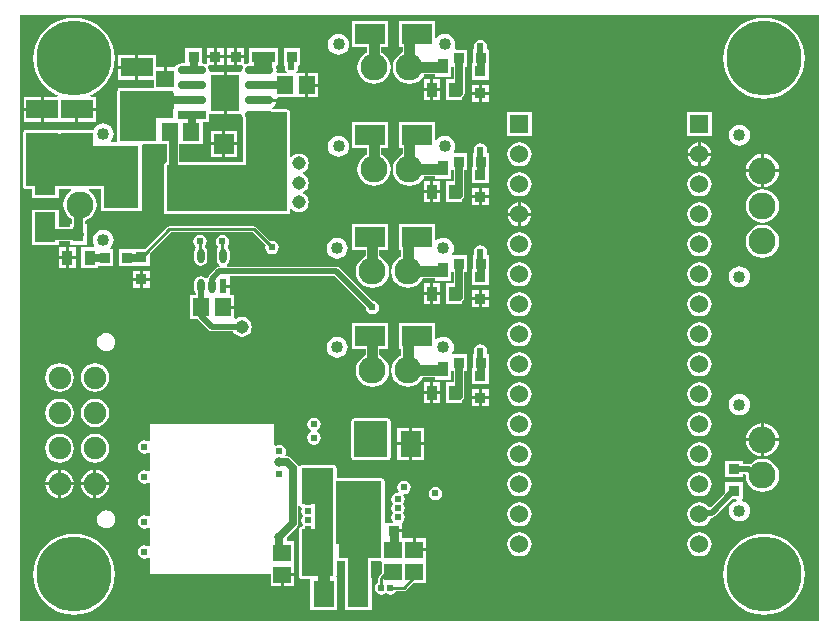
<source format=gbl>
G04*
G04 #@! TF.GenerationSoftware,Altium Limited,Altium Designer,20.1.12 (249)*
G04*
G04 Layer_Physical_Order=4*
G04 Layer_Color=16711680*
%FSLAX25Y25*%
%MOIN*%
G70*
G04*
G04 #@! TF.SameCoordinates,4DEFB819-F1CA-47B0-AC9B-A980181B1EFC*
G04*
G04*
G04 #@! TF.FilePolarity,Positive*
G04*
G01*
G75*
%ADD12C,0.01000*%
%ADD16C,0.00500*%
%ADD19R,0.05906X0.05709*%
%ADD22R,0.03740X0.03543*%
%ADD23R,0.03543X0.03740*%
%ADD26R,0.05709X0.05906*%
%ADD28R,0.09449X0.12205*%
%ADD58C,0.03200*%
%ADD59C,0.04000*%
%ADD61C,0.02500*%
%ADD63C,0.03000*%
%ADD65C,0.02000*%
%ADD67C,0.04000*%
%ADD71R,0.06024X0.06024*%
%ADD72C,0.06024*%
%ADD73C,0.07500*%
%ADD74C,0.09000*%
%ADD75C,0.25000*%
%ADD76C,0.04500*%
%ADD77C,0.02400*%
%ADD78C,0.03000*%
%ADD79R,0.03504X0.03228*%
%ADD80R,0.11650X0.14300*%
%ADD81R,0.03500X0.05000*%
%ADD82R,0.09843X0.06693*%
%ADD83R,0.06500X0.06500*%
%ADD84R,0.13000X0.08661*%
%ADD85O,0.09449X0.02756*%
%ADD86R,0.09449X0.02756*%
%ADD87R,0.10630X0.06299*%
%ADD88R,0.06693X0.09843*%
%ADD89O,0.02362X0.04724*%
%ADD90R,0.02362X0.04724*%
%ADD91R,0.07087X0.08780*%
%ADD92C,0.02700*%
%ADD93C,0.03500*%
%ADD94R,0.06500X0.12000*%
%ADD95R,0.06000X0.06000*%
%ADD96R,0.21500X0.13500*%
%ADD97R,0.22000X0.17500*%
G36*
X389500Y136500D02*
X123000D01*
Y338500D01*
X389500D01*
Y136500D01*
D02*
G37*
%LPC*%
G36*
X229200Y332230D02*
X228286Y332110D01*
X227435Y331757D01*
X226704Y331196D01*
X226143Y330465D01*
X225790Y329614D01*
X225670Y328700D01*
X225790Y327786D01*
X226143Y326935D01*
X226704Y326204D01*
X227435Y325643D01*
X228286Y325290D01*
X229200Y325170D01*
X230114Y325290D01*
X230965Y325643D01*
X231696Y326204D01*
X232257Y326935D01*
X232610Y327786D01*
X232730Y328700D01*
X232610Y329614D01*
X232257Y330465D01*
X231696Y331196D01*
X230965Y331757D01*
X230114Y332110D01*
X229200Y332230D01*
D02*
G37*
G36*
X190913Y327370D02*
X188642D01*
Y325000D01*
X190913D01*
Y327370D01*
D02*
G37*
G36*
X197630D02*
X195358D01*
Y325000D01*
X197630D01*
Y327370D01*
D02*
G37*
G36*
X194358D02*
X192087D01*
Y325000D01*
X194358D01*
Y327370D01*
D02*
G37*
G36*
X187642D02*
X185370D01*
Y325000D01*
X187642D01*
Y327370D01*
D02*
G37*
G36*
X194358Y324000D02*
X192087D01*
Y321630D01*
X194358D01*
Y324000D01*
D02*
G37*
G36*
X190913D02*
X188642D01*
Y321630D01*
X190913D01*
Y324000D01*
D02*
G37*
G36*
X161500Y325161D02*
X155685D01*
Y321512D01*
X161500D01*
Y325161D01*
D02*
G37*
G36*
X216413Y327370D02*
X210870D01*
Y321630D01*
X210988D01*
X211305Y321243D01*
X211257Y321000D01*
X211428Y320142D01*
X211888Y319453D01*
X211773Y318953D01*
X208881D01*
X208481Y319453D01*
X208590Y320000D01*
X208405Y320928D01*
X208270Y321130D01*
X208538Y321630D01*
X209130D01*
Y327370D01*
X199370D01*
Y322404D01*
X198545Y322240D01*
X198130Y321963D01*
X197630Y322230D01*
Y324000D01*
X195358D01*
Y321630D01*
X197100D01*
X197368Y321130D01*
X197232Y320928D01*
X197048Y320000D01*
X197050Y319989D01*
X196733Y319602D01*
X191981D01*
Y312500D01*
Y305398D01*
X196733D01*
X197050Y305011D01*
X197048Y305000D01*
X197232Y304072D01*
X197480Y303701D01*
X197480Y289520D01*
X176039Y289520D01*
Y295547D01*
X183996D01*
Y302622D01*
X185906D01*
Y305398D01*
X190981D01*
Y312500D01*
Y319602D01*
X186267D01*
X185950Y319989D01*
X185952Y320000D01*
X185767Y320928D01*
X185633Y321130D01*
X185900Y321630D01*
X187642D01*
Y324000D01*
X185370D01*
Y322230D01*
X184870Y321963D01*
X184455Y322240D01*
X183630Y322404D01*
Y327370D01*
X178087D01*
Y322425D01*
X176835D01*
X175907Y322240D01*
X175120Y321714D01*
X174640Y320996D01*
X172000D01*
Y317142D01*
X171000D01*
Y320996D01*
X168315D01*
Y325161D01*
X162500D01*
Y321012D01*
Y316862D01*
X167547D01*
Y314138D01*
X155685D01*
Y313580D01*
X155558Y313390D01*
X155480Y313000D01*
X155480Y296520D01*
X155478Y296498D01*
X155066Y296020D01*
X153608D01*
X153362Y296520D01*
X153757Y297035D01*
X154110Y297886D01*
X154230Y298800D01*
X154110Y299714D01*
X153757Y300565D01*
X153196Y301296D01*
X152465Y301857D01*
X151614Y302210D01*
X150700Y302330D01*
X149786Y302210D01*
X148935Y301857D01*
X148204Y301296D01*
X147643Y300565D01*
X147466Y300138D01*
X124185D01*
Y299580D01*
X124058Y299390D01*
X123980Y299000D01*
Y281500D01*
X124058Y281110D01*
X124279Y280779D01*
X124610Y280558D01*
X125000Y280480D01*
X127154D01*
Y277453D01*
X135846D01*
Y280480D01*
X139858D01*
X140197Y280007D01*
X140195Y279980D01*
X139077Y279123D01*
X138196Y277974D01*
X137642Y276636D01*
X137452Y275200D01*
X137642Y273764D01*
X138196Y272426D01*
X139077Y271277D01*
X140226Y270396D01*
X140461Y270299D01*
Y268937D01*
X139750D01*
Y267731D01*
X135846D01*
Y273547D01*
X127154D01*
Y261705D01*
X135846D01*
Y263143D01*
X139750D01*
Y261937D01*
X145250D01*
Y268937D01*
X144539D01*
Y269884D01*
X145774Y270396D01*
X146923Y271277D01*
X147804Y272426D01*
X148358Y273764D01*
X148547Y275200D01*
X148358Y276636D01*
X147804Y277974D01*
X146923Y279123D01*
X145805Y279980D01*
X145803Y280007D01*
X146142Y280480D01*
X149950D01*
Y272950D01*
X163600D01*
Y289250D01*
X163520D01*
Y295000D01*
X163934Y295480D01*
X168500D01*
X168529Y295486D01*
X169004Y295547D01*
X169004Y295547D01*
X169004Y295547D01*
X171961D01*
Y289512D01*
X171610Y289442D01*
X171279Y289221D01*
X171058Y288890D01*
X170980Y288500D01*
Y273000D01*
X171058Y272610D01*
X171279Y272279D01*
X171610Y272058D01*
X172000Y271980D01*
X212000Y271980D01*
X212390Y272058D01*
X212721Y272279D01*
X212942Y272610D01*
X213020Y273000D01*
Y273724D01*
X213520Y273894D01*
X213682Y273682D01*
X214361Y273161D01*
X215152Y272834D01*
X216000Y272722D01*
X216848Y272834D01*
X217639Y273161D01*
X218318Y273682D01*
X218839Y274361D01*
X219166Y275152D01*
X219278Y276000D01*
X219166Y276848D01*
X218839Y277639D01*
X218318Y278318D01*
X217639Y278839D01*
X217300Y278979D01*
Y279521D01*
X217639Y279661D01*
X218318Y280182D01*
X218839Y280861D01*
X219166Y281652D01*
X219278Y282500D01*
X219166Y283348D01*
X218839Y284139D01*
X218318Y284818D01*
X217639Y285339D01*
X217300Y285479D01*
Y286021D01*
X217639Y286161D01*
X218318Y286682D01*
X218839Y287361D01*
X219166Y288152D01*
X219278Y289000D01*
X219166Y289848D01*
X218839Y290639D01*
X218318Y291318D01*
X217639Y291839D01*
X216848Y292166D01*
X216000Y292278D01*
X215152Y292166D01*
X214361Y291839D01*
X213682Y291318D01*
X213520Y291106D01*
X213020Y291276D01*
X213020Y306000D01*
X212942Y306390D01*
X212721Y306721D01*
X212390Y306942D01*
X212000Y307020D01*
X207474D01*
X207184Y307268D01*
X207155Y307425D01*
X207179Y307818D01*
X207880Y308286D01*
X208405Y309072D01*
X208490Y309500D01*
X202819D01*
Y310500D01*
X208490D01*
X208481Y310547D01*
X208881Y311047D01*
X218142D01*
Y315000D01*
Y318953D01*
X215227D01*
X215112Y319453D01*
X215572Y320142D01*
X215743Y321000D01*
X215695Y321243D01*
X216012Y321630D01*
X216413D01*
Y327370D01*
D02*
G37*
G36*
X276500Y330243D02*
X275642Y330072D01*
X274914Y329586D01*
X274428Y328858D01*
X274257Y328000D01*
X274382Y327370D01*
X274054Y326870D01*
X273870D01*
Y322413D01*
X273630D01*
Y316870D01*
X279370D01*
Y321130D01*
X279413D01*
Y326870D01*
X278946D01*
X278618Y327370D01*
X278743Y328000D01*
X278572Y328858D01*
X278086Y329586D01*
X277358Y330072D01*
X276500Y330243D01*
D02*
G37*
G36*
X161500Y320512D02*
X155685D01*
Y316862D01*
X161500D01*
Y320512D01*
D02*
G37*
G36*
X222496Y318953D02*
X219142D01*
Y315500D01*
X222496D01*
Y318953D01*
D02*
G37*
G36*
X245547Y336347D02*
X233705D01*
Y327654D01*
X238706D01*
Y326003D01*
X238226Y325804D01*
X237077Y324923D01*
X236196Y323774D01*
X235642Y322436D01*
X235453Y321000D01*
X235642Y319564D01*
X236196Y318226D01*
X237077Y317077D01*
X238226Y316196D01*
X239564Y315642D01*
X241000Y315453D01*
X242436Y315642D01*
X243774Y316196D01*
X244923Y317077D01*
X245804Y318226D01*
X246358Y319564D01*
X246548Y321000D01*
X246358Y322436D01*
X245804Y323774D01*
X244923Y324923D01*
X243774Y325804D01*
X243294Y326003D01*
Y327654D01*
X245547D01*
Y336347D01*
D02*
G37*
G36*
X263010Y317063D02*
X260760D01*
Y314063D01*
X263010D01*
Y317063D01*
D02*
G37*
G36*
X259760D02*
X257510D01*
Y314063D01*
X259760D01*
Y317063D01*
D02*
G37*
G36*
X279370Y315130D02*
X277000D01*
Y312858D01*
X279370D01*
Y315130D01*
D02*
G37*
G36*
X276000D02*
X273630D01*
Y312858D01*
X276000D01*
Y315130D01*
D02*
G37*
G36*
X222496Y314500D02*
X219142D01*
Y311047D01*
X222496D01*
Y314500D01*
D02*
G37*
G36*
X371000Y337542D02*
X368882Y337375D01*
X366815Y336879D01*
X364852Y336066D01*
X363040Y334956D01*
X361424Y333576D01*
X360045Y331960D01*
X358934Y330148D01*
X358121Y328185D01*
X357625Y326118D01*
X357458Y324000D01*
X357625Y321882D01*
X358121Y319815D01*
X358934Y317852D01*
X360045Y316040D01*
X361424Y314424D01*
X363040Y313045D01*
X364852Y311934D01*
X366815Y311121D01*
X368882Y310625D01*
X371000Y310458D01*
X373118Y310625D01*
X375185Y311121D01*
X377148Y311934D01*
X378960Y313045D01*
X380575Y314424D01*
X381956Y316040D01*
X383066Y317852D01*
X383879Y319815D01*
X384375Y321882D01*
X384542Y324000D01*
X384375Y326118D01*
X383879Y328185D01*
X383066Y330148D01*
X381956Y331960D01*
X380575Y333576D01*
X378960Y334956D01*
X377148Y336066D01*
X375185Y336879D01*
X373118Y337375D01*
X371000Y337542D01*
D02*
G37*
G36*
X261295Y336347D02*
X249453D01*
Y327654D01*
X250506D01*
Y326003D01*
X250026Y325804D01*
X248877Y324923D01*
X247996Y323774D01*
X247442Y322436D01*
X247252Y321000D01*
X247442Y319564D01*
X247996Y318226D01*
X248877Y317077D01*
X250026Y316196D01*
X251364Y315642D01*
X252800Y315453D01*
X254236Y315642D01*
X255574Y316196D01*
X256723Y317077D01*
X257604Y318226D01*
X257803Y318706D01*
X261250D01*
Y317937D01*
X266750D01*
Y321130D01*
X267716D01*
Y317063D01*
X264990D01*
Y310063D01*
X270490D01*
Y311057D01*
X270762Y311238D01*
X271148Y311817D01*
X271284Y312500D01*
Y321130D01*
X272130D01*
Y326870D01*
X268172D01*
X267838Y327370D01*
X268010Y327786D01*
X268130Y328700D01*
X268010Y329614D01*
X267657Y330465D01*
X267096Y331196D01*
X266365Y331757D01*
X265514Y332110D01*
X264600Y332230D01*
X263686Y332110D01*
X262835Y331757D01*
X262104Y331196D01*
X261795Y330794D01*
X261295Y330964D01*
Y336347D01*
D02*
G37*
G36*
X263010Y313063D02*
X260760D01*
Y310063D01*
X263010D01*
Y313063D01*
D02*
G37*
G36*
X259760D02*
X257510D01*
Y310063D01*
X259760D01*
Y313063D01*
D02*
G37*
G36*
X279370Y311858D02*
X277000D01*
Y309587D01*
X279370D01*
Y311858D01*
D02*
G37*
G36*
X276000D02*
X273630D01*
Y309587D01*
X276000D01*
Y311858D01*
D02*
G37*
G36*
X130000Y311161D02*
X124185D01*
Y307512D01*
X130000D01*
Y311161D01*
D02*
G37*
G36*
X148315Y306512D02*
X142500D01*
Y302862D01*
X148315D01*
Y306512D01*
D02*
G37*
G36*
X141000Y337542D02*
X138882Y337375D01*
X136815Y336879D01*
X134852Y336066D01*
X133040Y334956D01*
X131424Y333576D01*
X130044Y331960D01*
X128934Y330148D01*
X128121Y328185D01*
X127625Y326118D01*
X127458Y324000D01*
X127625Y321882D01*
X128121Y319815D01*
X128934Y317852D01*
X130044Y316040D01*
X131424Y314424D01*
X133040Y313045D01*
X134852Y311934D01*
X135534Y311652D01*
X135436Y311161D01*
X131000D01*
Y307012D01*
Y302862D01*
X141500D01*
Y307012D01*
X142000D01*
Y307512D01*
X148315D01*
Y311161D01*
X146564D01*
X146466Y311652D01*
X147148Y311934D01*
X148960Y313045D01*
X150575Y314424D01*
X151955Y316040D01*
X153066Y317852D01*
X153879Y319815D01*
X154375Y321882D01*
X154542Y324000D01*
X154375Y326118D01*
X153879Y328185D01*
X153066Y330148D01*
X151955Y331960D01*
X150575Y333576D01*
X148960Y334956D01*
X147148Y336066D01*
X145185Y336879D01*
X143118Y337375D01*
X141000Y337542D01*
D02*
G37*
G36*
X130000Y306512D02*
X124185D01*
Y302862D01*
X130000D01*
Y306512D01*
D02*
G37*
G36*
X353512Y306012D02*
X345488D01*
Y297988D01*
X353512D01*
Y306012D01*
D02*
G37*
G36*
X293512D02*
X285488D01*
Y297988D01*
X293512D01*
Y306012D01*
D02*
G37*
G36*
X195250Y299750D02*
X191500D01*
Y296000D01*
X195250D01*
Y299750D01*
D02*
G37*
G36*
X190500D02*
X186750D01*
Y296000D01*
X190500D01*
Y299750D01*
D02*
G37*
G36*
X362800Y301930D02*
X361886Y301810D01*
X361035Y301457D01*
X360304Y300896D01*
X359743Y300165D01*
X359390Y299314D01*
X359270Y298400D01*
X359390Y297486D01*
X359743Y296635D01*
X360304Y295904D01*
X361035Y295343D01*
X361886Y294990D01*
X362800Y294870D01*
X363714Y294990D01*
X364565Y295343D01*
X365296Y295904D01*
X365857Y296635D01*
X366210Y297486D01*
X366330Y298400D01*
X366210Y299314D01*
X365857Y300165D01*
X365296Y300896D01*
X364565Y301457D01*
X363714Y301810D01*
X362800Y301930D01*
D02*
G37*
G36*
X350000Y295981D02*
Y292500D01*
X353481D01*
X353409Y293047D01*
X353004Y294023D01*
X352361Y294861D01*
X351523Y295504D01*
X350547Y295909D01*
X350000Y295981D01*
D02*
G37*
G36*
X349000D02*
X348453Y295909D01*
X347477Y295504D01*
X346639Y294861D01*
X345996Y294023D01*
X345591Y293047D01*
X345519Y292500D01*
X349000D01*
Y295981D01*
D02*
G37*
G36*
X195250Y295000D02*
X191500D01*
Y291250D01*
X195250D01*
Y295000D01*
D02*
G37*
G36*
X190500D02*
X186750D01*
Y291250D01*
X190500D01*
Y295000D01*
D02*
G37*
G36*
X229200Y298230D02*
X228286Y298110D01*
X227435Y297757D01*
X226704Y297196D01*
X226143Y296465D01*
X225790Y295614D01*
X225670Y294700D01*
X225790Y293786D01*
X226143Y292935D01*
X226704Y292204D01*
X227435Y291643D01*
X228286Y291290D01*
X229200Y291170D01*
X230114Y291290D01*
X230965Y291643D01*
X231696Y292204D01*
X232257Y292935D01*
X232610Y293786D01*
X232730Y294700D01*
X232610Y295614D01*
X232257Y296465D01*
X231696Y297196D01*
X230965Y297757D01*
X230114Y298110D01*
X229200Y298230D01*
D02*
G37*
G36*
X353481Y291500D02*
X350000D01*
Y288019D01*
X350547Y288091D01*
X351523Y288496D01*
X352361Y289139D01*
X353004Y289977D01*
X353409Y290953D01*
X353481Y291500D01*
D02*
G37*
G36*
X349000D02*
X345519D01*
X345591Y290953D01*
X345996Y289977D01*
X346639Y289139D01*
X347477Y288496D01*
X348453Y288091D01*
X349000Y288019D01*
Y291500D01*
D02*
G37*
G36*
X289500Y296046D02*
X288453Y295909D01*
X287477Y295504D01*
X286639Y294861D01*
X285996Y294023D01*
X285591Y293047D01*
X285454Y292000D01*
X285591Y290953D01*
X285996Y289977D01*
X286639Y289139D01*
X287477Y288496D01*
X288453Y288091D01*
X289500Y287954D01*
X290547Y288091D01*
X291523Y288496D01*
X292361Y289139D01*
X293004Y289977D01*
X293409Y290953D01*
X293546Y292000D01*
X293409Y293047D01*
X293004Y294023D01*
X292361Y294861D01*
X291523Y295504D01*
X290547Y295909D01*
X289500Y296046D01*
D02*
G37*
G36*
X371000Y292082D02*
Y287100D01*
X375982D01*
X375858Y288036D01*
X375304Y289374D01*
X374423Y290523D01*
X373274Y291404D01*
X371936Y291958D01*
X371000Y292082D01*
D02*
G37*
G36*
X370000D02*
X369064Y291958D01*
X367726Y291404D01*
X366577Y290523D01*
X365696Y289374D01*
X365142Y288036D01*
X365018Y287100D01*
X370000D01*
Y292082D01*
D02*
G37*
G36*
X276500Y295743D02*
X275642Y295572D01*
X274914Y295086D01*
X274428Y294358D01*
X274257Y293500D01*
X274382Y292870D01*
X274054Y292370D01*
X273870D01*
Y287913D01*
X273630D01*
Y282370D01*
X279370D01*
Y286630D01*
X279413D01*
Y292370D01*
X278946D01*
X278618Y292870D01*
X278743Y293500D01*
X278572Y294358D01*
X278086Y295086D01*
X277358Y295572D01*
X276500Y295743D01*
D02*
G37*
G36*
X245547Y302847D02*
X233705D01*
Y294153D01*
X238706D01*
Y292003D01*
X238226Y291804D01*
X237077Y290923D01*
X236196Y289774D01*
X235642Y288436D01*
X235453Y287000D01*
X235642Y285564D01*
X236196Y284226D01*
X237077Y283077D01*
X238226Y282196D01*
X239564Y281642D01*
X241000Y281452D01*
X242436Y281642D01*
X243774Y282196D01*
X244923Y283077D01*
X245804Y284226D01*
X246358Y285564D01*
X246548Y287000D01*
X246358Y288436D01*
X245804Y289774D01*
X244923Y290923D01*
X243774Y291804D01*
X243294Y292003D01*
Y294153D01*
X245547D01*
Y302847D01*
D02*
G37*
G36*
X375982Y286100D02*
X371000D01*
Y281118D01*
X371936Y281242D01*
X373274Y281796D01*
X374423Y282677D01*
X375304Y283826D01*
X375858Y285164D01*
X375982Y286100D01*
D02*
G37*
G36*
X370000D02*
X365018D01*
X365142Y285164D01*
X365696Y283826D01*
X366577Y282677D01*
X367726Y281796D01*
X369064Y281242D01*
X370000Y281118D01*
Y286100D01*
D02*
G37*
G36*
X263010Y283063D02*
X260760D01*
Y280063D01*
X263010D01*
Y283063D01*
D02*
G37*
G36*
X259760D02*
X257510D01*
Y280063D01*
X259760D01*
Y283063D01*
D02*
G37*
G36*
X279370Y280630D02*
X277000D01*
Y278358D01*
X279370D01*
Y280630D01*
D02*
G37*
G36*
X276000D02*
X273630D01*
Y278358D01*
X276000D01*
Y280630D01*
D02*
G37*
G36*
X349500Y286046D02*
X348453Y285909D01*
X347477Y285504D01*
X346639Y284861D01*
X345996Y284023D01*
X345591Y283047D01*
X345454Y282000D01*
X345591Y280953D01*
X345996Y279977D01*
X346639Y279139D01*
X347477Y278496D01*
X348453Y278091D01*
X349500Y277954D01*
X350547Y278091D01*
X351523Y278496D01*
X352361Y279139D01*
X353004Y279977D01*
X353409Y280953D01*
X353546Y282000D01*
X353409Y283047D01*
X353004Y284023D01*
X352361Y284861D01*
X351523Y285504D01*
X350547Y285909D01*
X349500Y286046D01*
D02*
G37*
G36*
X289500D02*
X288453Y285909D01*
X287477Y285504D01*
X286639Y284861D01*
X285996Y284023D01*
X285591Y283047D01*
X285454Y282000D01*
X285591Y280953D01*
X285996Y279977D01*
X286639Y279139D01*
X287477Y278496D01*
X288453Y278091D01*
X289500Y277954D01*
X290547Y278091D01*
X291523Y278496D01*
X292361Y279139D01*
X293004Y279977D01*
X293409Y280953D01*
X293546Y282000D01*
X293409Y283047D01*
X293004Y284023D01*
X292361Y284861D01*
X291523Y285504D01*
X290547Y285909D01*
X289500Y286046D01*
D02*
G37*
G36*
X261295Y302847D02*
X249453D01*
Y294153D01*
X250506D01*
Y292003D01*
X250026Y291804D01*
X248877Y290923D01*
X247996Y289774D01*
X247442Y288436D01*
X247252Y287000D01*
X247442Y285564D01*
X247996Y284226D01*
X248877Y283077D01*
X250026Y282196D01*
X251364Y281642D01*
X252800Y281452D01*
X254236Y281642D01*
X255574Y282196D01*
X256723Y283077D01*
X257604Y284226D01*
X257803Y284706D01*
X261250D01*
Y283937D01*
X266750D01*
Y286630D01*
X267574D01*
Y283063D01*
X264990D01*
Y276063D01*
X270490D01*
Y277152D01*
X270620Y277238D01*
X271007Y277817D01*
X271143Y278500D01*
Y286630D01*
X272130D01*
Y292370D01*
X267789D01*
X267568Y292818D01*
X267657Y292935D01*
X268010Y293786D01*
X268130Y294700D01*
X268010Y295614D01*
X267657Y296465D01*
X267096Y297196D01*
X266365Y297757D01*
X265514Y298110D01*
X264600Y298230D01*
X263686Y298110D01*
X262835Y297757D01*
X262104Y297196D01*
X261795Y296794D01*
X261295Y296964D01*
Y302847D01*
D02*
G37*
G36*
X263010Y279063D02*
X260760D01*
Y276063D01*
X263010D01*
Y279063D01*
D02*
G37*
G36*
X259760D02*
X257510D01*
Y276063D01*
X259760D01*
Y279063D01*
D02*
G37*
G36*
X279370Y277358D02*
X277000D01*
Y275087D01*
X279370D01*
Y277358D01*
D02*
G37*
G36*
X276000D02*
X273630D01*
Y275087D01*
X276000D01*
Y277358D01*
D02*
G37*
G36*
X290000Y275981D02*
Y272500D01*
X293481D01*
X293409Y273047D01*
X293004Y274023D01*
X292361Y274861D01*
X291523Y275504D01*
X290547Y275909D01*
X290000Y275981D01*
D02*
G37*
G36*
X289000D02*
X288453Y275909D01*
X287477Y275504D01*
X286639Y274861D01*
X285996Y274023D01*
X285591Y273047D01*
X285519Y272500D01*
X289000D01*
Y275981D01*
D02*
G37*
G36*
X370500Y280347D02*
X369064Y280158D01*
X367726Y279604D01*
X366577Y278723D01*
X365696Y277574D01*
X365142Y276236D01*
X364952Y274800D01*
X365142Y273364D01*
X365696Y272026D01*
X366577Y270877D01*
X367726Y269996D01*
X369064Y269442D01*
X370500Y269252D01*
X371936Y269442D01*
X373274Y269996D01*
X374423Y270877D01*
X375304Y272026D01*
X375858Y273364D01*
X376047Y274800D01*
X375858Y276236D01*
X375304Y277574D01*
X374423Y278723D01*
X373274Y279604D01*
X371936Y280158D01*
X370500Y280347D01*
D02*
G37*
G36*
X293481Y271500D02*
X290000D01*
Y268019D01*
X290547Y268091D01*
X291523Y268496D01*
X292361Y269139D01*
X293004Y269977D01*
X293409Y270953D01*
X293481Y271500D01*
D02*
G37*
G36*
X289000D02*
X285519D01*
X285591Y270953D01*
X285996Y269977D01*
X286639Y269139D01*
X287477Y268496D01*
X288453Y268091D01*
X289000Y268019D01*
Y271500D01*
D02*
G37*
G36*
X349500Y276046D02*
X348453Y275909D01*
X347477Y275504D01*
X346639Y274861D01*
X345996Y274023D01*
X345591Y273047D01*
X345454Y272000D01*
X345591Y270953D01*
X345996Y269977D01*
X346639Y269139D01*
X347477Y268496D01*
X348453Y268091D01*
X349500Y267954D01*
X350547Y268091D01*
X351523Y268496D01*
X352361Y269139D01*
X353004Y269977D01*
X353409Y270953D01*
X353546Y272000D01*
X353409Y273047D01*
X353004Y274023D01*
X352361Y274861D01*
X351523Y275504D01*
X350547Y275909D01*
X349500Y276046D01*
D02*
G37*
G36*
X201000Y268020D02*
X172760D01*
X172370Y267942D01*
X172039Y267721D01*
X164731Y260413D01*
X160630D01*
Y260370D01*
X155870D01*
Y254630D01*
X161413D01*
Y254870D01*
X166370D01*
Y259168D01*
X173182Y265980D01*
X200578D01*
X204890Y261668D01*
X204757Y261000D01*
X204928Y260142D01*
X205414Y259414D01*
X206142Y258928D01*
X207000Y258757D01*
X207858Y258928D01*
X208586Y259414D01*
X209072Y260142D01*
X209243Y261000D01*
X209072Y261858D01*
X208586Y262586D01*
X207858Y263072D01*
X207000Y263243D01*
X206332Y263110D01*
X201721Y267721D01*
X201390Y267942D01*
X201000Y268020D01*
D02*
G37*
G36*
X141510Y261063D02*
X139260D01*
Y258063D01*
X141510D01*
Y261063D01*
D02*
G37*
G36*
X138260D02*
X136010D01*
Y258063D01*
X138260D01*
Y261063D01*
D02*
G37*
G36*
X349500Y266046D02*
X348453Y265909D01*
X347477Y265504D01*
X346639Y264861D01*
X345996Y264023D01*
X345591Y263047D01*
X345454Y262000D01*
X345591Y260953D01*
X345996Y259977D01*
X346639Y259139D01*
X347477Y258496D01*
X348453Y258091D01*
X349500Y257954D01*
X350547Y258091D01*
X351523Y258496D01*
X352361Y259139D01*
X353004Y259977D01*
X353409Y260953D01*
X353546Y262000D01*
X353409Y263047D01*
X353004Y264023D01*
X352361Y264861D01*
X351523Y265504D01*
X350547Y265909D01*
X349500Y266046D01*
D02*
G37*
G36*
X289500D02*
X288453Y265909D01*
X287477Y265504D01*
X286639Y264861D01*
X285996Y264023D01*
X285591Y263047D01*
X285454Y262000D01*
X285591Y260953D01*
X285996Y259977D01*
X286639Y259139D01*
X287477Y258496D01*
X288453Y258091D01*
X289500Y257954D01*
X290547Y258091D01*
X291523Y258496D01*
X292361Y259139D01*
X293004Y259977D01*
X293409Y260953D01*
X293546Y262000D01*
X293409Y263047D01*
X293004Y264023D01*
X292361Y264861D01*
X291523Y265504D01*
X290547Y265909D01*
X289500Y266046D01*
D02*
G37*
G36*
X370500Y268548D02*
X369064Y268358D01*
X367726Y267804D01*
X366577Y266923D01*
X365696Y265774D01*
X365142Y264436D01*
X364952Y263000D01*
X365142Y261564D01*
X365696Y260226D01*
X366577Y259077D01*
X367726Y258196D01*
X369064Y257642D01*
X370500Y257453D01*
X371936Y257642D01*
X373274Y258196D01*
X374423Y259077D01*
X375304Y260226D01*
X375858Y261564D01*
X376047Y263000D01*
X375858Y264436D01*
X375304Y265774D01*
X374423Y266923D01*
X373274Y267804D01*
X371936Y268358D01*
X370500Y268548D01*
D02*
G37*
G36*
X228700Y264230D02*
X227786Y264110D01*
X226935Y263757D01*
X226204Y263196D01*
X225643Y262465D01*
X225290Y261614D01*
X225170Y260700D01*
X225290Y259786D01*
X225643Y258935D01*
X226204Y258204D01*
X226935Y257643D01*
X227786Y257290D01*
X228700Y257170D01*
X229614Y257290D01*
X230465Y257643D01*
X231196Y258204D01*
X231757Y258935D01*
X232110Y259786D01*
X232230Y260700D01*
X232110Y261614D01*
X231757Y262465D01*
X231196Y263196D01*
X230465Y263757D01*
X229614Y264110D01*
X228700Y264230D01*
D02*
G37*
G36*
X183000Y265243D02*
X182142Y265072D01*
X181414Y264586D01*
X180928Y263858D01*
X180757Y263000D01*
X180928Y262142D01*
X181414Y261414D01*
X181687Y261231D01*
Y260990D01*
X181205Y260268D01*
X181036Y259417D01*
Y257055D01*
X181205Y256204D01*
X181687Y255483D01*
X182409Y255001D01*
X183260Y254831D01*
X184111Y255001D01*
X184832Y255483D01*
X185314Y256204D01*
X185484Y257055D01*
Y259417D01*
X185314Y260268D01*
X184832Y260990D01*
X184808Y261006D01*
X184744Y261650D01*
X185072Y262142D01*
X185243Y263000D01*
X185072Y263858D01*
X184586Y264586D01*
X183858Y265072D01*
X183000Y265243D01*
D02*
G37*
G36*
X150700Y266930D02*
X149786Y266810D01*
X148935Y266457D01*
X148204Y265896D01*
X147643Y265165D01*
X147290Y264314D01*
X147170Y263400D01*
X147290Y262486D01*
X147643Y261635D01*
X147738Y261511D01*
X147516Y261063D01*
X143490D01*
Y254063D01*
X148990D01*
Y254630D01*
X154130D01*
Y260370D01*
X153279D01*
X153118Y260844D01*
X153196Y260904D01*
X153757Y261635D01*
X154110Y262486D01*
X154230Y263400D01*
X154110Y264314D01*
X153757Y265165D01*
X153196Y265896D01*
X152465Y266457D01*
X151614Y266810D01*
X150700Y266930D01*
D02*
G37*
G36*
X141510Y257063D02*
X139260D01*
Y254063D01*
X141510D01*
Y257063D01*
D02*
G37*
G36*
X138260D02*
X136010D01*
Y254063D01*
X138260D01*
Y257063D01*
D02*
G37*
G36*
X166370Y253130D02*
X164000D01*
Y250858D01*
X166370D01*
Y253130D01*
D02*
G37*
G36*
X163000D02*
X160630D01*
Y250858D01*
X163000D01*
Y253130D01*
D02*
G37*
G36*
X276500Y261743D02*
X275642Y261572D01*
X274914Y261086D01*
X274428Y260358D01*
X274257Y259500D01*
X274382Y258870D01*
X274054Y258370D01*
X273870D01*
Y253913D01*
X273630D01*
Y248370D01*
X279370D01*
Y252630D01*
X279413D01*
Y258370D01*
X278946D01*
X278618Y258870D01*
X278743Y259500D01*
X278572Y260358D01*
X278086Y261086D01*
X277358Y261572D01*
X276500Y261743D01*
D02*
G37*
G36*
X349500Y256046D02*
X348453Y255909D01*
X347477Y255504D01*
X346639Y254861D01*
X345996Y254023D01*
X345591Y253047D01*
X345454Y252000D01*
X345591Y250953D01*
X345996Y249977D01*
X346639Y249139D01*
X347477Y248496D01*
X348453Y248091D01*
X349500Y247954D01*
X350547Y248091D01*
X351523Y248496D01*
X352361Y249139D01*
X353004Y249977D01*
X353409Y250953D01*
X353546Y252000D01*
X353409Y253047D01*
X353004Y254023D01*
X352361Y254861D01*
X351523Y255504D01*
X350547Y255909D01*
X349500Y256046D01*
D02*
G37*
G36*
X289500D02*
X288453Y255909D01*
X287477Y255504D01*
X286639Y254861D01*
X285996Y254023D01*
X285591Y253047D01*
X285454Y252000D01*
X285591Y250953D01*
X285996Y249977D01*
X286639Y249139D01*
X287477Y248496D01*
X288453Y248091D01*
X289500Y247954D01*
X290547Y248091D01*
X291523Y248496D01*
X292361Y249139D01*
X293004Y249977D01*
X293409Y250953D01*
X293546Y252000D01*
X293409Y253047D01*
X293004Y254023D01*
X292361Y254861D01*
X291523Y255504D01*
X290547Y255909D01*
X289500Y256046D01*
D02*
G37*
G36*
X362800Y254730D02*
X361886Y254610D01*
X361035Y254257D01*
X360304Y253696D01*
X359743Y252965D01*
X359390Y252114D01*
X359270Y251200D01*
X359390Y250286D01*
X359743Y249435D01*
X360304Y248704D01*
X361035Y248143D01*
X361886Y247790D01*
X362800Y247670D01*
X363714Y247790D01*
X364565Y248143D01*
X365296Y248704D01*
X365857Y249435D01*
X366210Y250286D01*
X366330Y251200D01*
X366210Y252114D01*
X365857Y252965D01*
X365296Y253696D01*
X364565Y254257D01*
X363714Y254610D01*
X362800Y254730D01*
D02*
G37*
G36*
X166370Y249858D02*
X164000D01*
Y247587D01*
X166370D01*
Y249858D01*
D02*
G37*
G36*
X163000D02*
X160630D01*
Y247587D01*
X163000D01*
Y249858D01*
D02*
G37*
G36*
X245547Y268847D02*
X233705D01*
Y260154D01*
X238206D01*
Y258003D01*
X237726Y257804D01*
X236577Y256923D01*
X235696Y255774D01*
X235142Y254436D01*
X234952Y253000D01*
X235142Y251564D01*
X235696Y250226D01*
X236577Y249077D01*
X237726Y248196D01*
X239064Y247642D01*
X240500Y247452D01*
X241936Y247642D01*
X243274Y248196D01*
X244423Y249077D01*
X245304Y250226D01*
X245858Y251564D01*
X246047Y253000D01*
X245858Y254436D01*
X245304Y255774D01*
X244423Y256923D01*
X243274Y257804D01*
X242794Y258003D01*
Y260154D01*
X245547D01*
Y268847D01*
D02*
G37*
G36*
X263010Y249063D02*
X260760D01*
Y246063D01*
X263010D01*
Y249063D01*
D02*
G37*
G36*
X259760D02*
X257510D01*
Y246063D01*
X259760D01*
Y249063D01*
D02*
G37*
G36*
X279370Y246630D02*
X277000D01*
Y244358D01*
X279370D01*
Y246630D01*
D02*
G37*
G36*
X276000D02*
X273630D01*
Y244358D01*
X276000D01*
Y246630D01*
D02*
G37*
G36*
X261295Y268847D02*
X249453D01*
Y260154D01*
X250006D01*
Y258003D01*
X249526Y257804D01*
X248377Y256923D01*
X247496Y255774D01*
X246942Y254436D01*
X246753Y253000D01*
X246942Y251564D01*
X247496Y250226D01*
X248377Y249077D01*
X249526Y248196D01*
X250864Y247642D01*
X252300Y247452D01*
X253736Y247642D01*
X255074Y248196D01*
X256223Y249077D01*
X257104Y250226D01*
X257303Y250706D01*
X261250D01*
Y249937D01*
X266750D01*
Y252630D01*
X267574D01*
Y249063D01*
X264990D01*
Y242063D01*
X270490D01*
Y243152D01*
X270620Y243238D01*
X271007Y243817D01*
X271143Y244500D01*
Y252630D01*
X272130D01*
Y258370D01*
X267289D01*
X267068Y258819D01*
X267157Y258935D01*
X267510Y259786D01*
X267630Y260700D01*
X267510Y261614D01*
X267157Y262465D01*
X266596Y263196D01*
X265865Y263757D01*
X265014Y264110D01*
X264100Y264230D01*
X263186Y264110D01*
X262335Y263757D01*
X261795Y263343D01*
X261295Y263586D01*
Y268847D01*
D02*
G37*
G36*
X263010Y245063D02*
X260760D01*
Y242063D01*
X263010D01*
Y245063D01*
D02*
G37*
G36*
X259760D02*
X257510D01*
Y242063D01*
X259760D01*
Y245063D01*
D02*
G37*
G36*
X279370Y243358D02*
X277000D01*
Y241087D01*
X279370D01*
Y243358D01*
D02*
G37*
G36*
X276000D02*
X273630D01*
Y241087D01*
X276000D01*
Y243358D01*
D02*
G37*
G36*
X190500Y265243D02*
X189642Y265072D01*
X188914Y264586D01*
X188428Y263858D01*
X188257Y263000D01*
X188428Y262142D01*
X188910Y261419D01*
X189168Y261007D01*
Y260990D01*
X188686Y260268D01*
X188516Y259417D01*
Y257055D01*
X188686Y256204D01*
X189168Y255483D01*
X189455Y255291D01*
X189581Y254611D01*
X189524Y254529D01*
X189500D01*
X188915Y254413D01*
X188419Y254081D01*
X185919Y251581D01*
X185587Y251085D01*
X185535Y250826D01*
X185432Y250756D01*
X185315Y250682D01*
X184880D01*
X184832Y250754D01*
X184111Y251236D01*
X183260Y251405D01*
X182409Y251236D01*
X181687Y250754D01*
X181205Y250032D01*
X181036Y249181D01*
Y246819D01*
X181205Y245968D01*
X181550Y245453D01*
X181295Y244953D01*
X179504D01*
Y237047D01*
X182290D01*
X185919Y233419D01*
X186415Y233087D01*
X187000Y232971D01*
X194116D01*
X194161Y232861D01*
X194682Y232182D01*
X195361Y231661D01*
X196152Y231334D01*
X197000Y231222D01*
X197848Y231334D01*
X198639Y231661D01*
X199318Y232182D01*
X199839Y232861D01*
X200166Y233652D01*
X200278Y234500D01*
X200166Y235348D01*
X199839Y236139D01*
X199318Y236818D01*
X198639Y237339D01*
X197848Y237666D01*
X197000Y237778D01*
X196152Y237666D01*
X195361Y237339D01*
X194996Y237059D01*
X194496Y237305D01*
X194496Y237436D01*
Y240500D01*
X190642D01*
Y241500D01*
X194496D01*
Y244953D01*
X192921D01*
Y247500D01*
X190740D01*
Y248500D01*
X192921D01*
Y251362D01*
X193376Y251471D01*
X227867D01*
X238270Y241067D01*
X238257Y241000D01*
X238428Y240142D01*
X238914Y239414D01*
X239642Y238928D01*
X240500Y238757D01*
X241358Y238928D01*
X242086Y239414D01*
X242572Y240142D01*
X242743Y241000D01*
X242572Y241858D01*
X242086Y242586D01*
X241358Y243072D01*
X240500Y243243D01*
X240433Y243230D01*
X229581Y254081D01*
X229085Y254413D01*
X228500Y254529D01*
X191956D01*
X191899Y254611D01*
X192025Y255291D01*
X192313Y255483D01*
X192795Y256204D01*
X192964Y257055D01*
Y259417D01*
X192795Y260268D01*
X192313Y260990D01*
X192298Y261000D01*
X192238Y261641D01*
X192572Y262142D01*
X192743Y263000D01*
X192572Y263858D01*
X192086Y264586D01*
X191358Y265072D01*
X190500Y265243D01*
D02*
G37*
G36*
X349500Y246046D02*
X348453Y245909D01*
X347477Y245504D01*
X346639Y244861D01*
X345996Y244023D01*
X345591Y243047D01*
X345454Y242000D01*
X345591Y240953D01*
X345996Y239977D01*
X346639Y239139D01*
X347477Y238496D01*
X348453Y238091D01*
X349500Y237954D01*
X350547Y238091D01*
X351523Y238496D01*
X352361Y239139D01*
X353004Y239977D01*
X353409Y240953D01*
X353546Y242000D01*
X353409Y243047D01*
X353004Y244023D01*
X352361Y244861D01*
X351523Y245504D01*
X350547Y245909D01*
X349500Y246046D01*
D02*
G37*
G36*
X289500D02*
X288453Y245909D01*
X287477Y245504D01*
X286639Y244861D01*
X285996Y244023D01*
X285591Y243047D01*
X285454Y242000D01*
X285591Y240953D01*
X285996Y239977D01*
X286639Y239139D01*
X287477Y238496D01*
X288453Y238091D01*
X289500Y237954D01*
X290547Y238091D01*
X291523Y238496D01*
X292361Y239139D01*
X293004Y239977D01*
X293409Y240953D01*
X293546Y242000D01*
X293409Y243047D01*
X293004Y244023D01*
X292361Y244861D01*
X291523Y245504D01*
X290547Y245909D01*
X289500Y246046D01*
D02*
G37*
G36*
X349500Y236046D02*
X348453Y235909D01*
X347477Y235504D01*
X346639Y234861D01*
X345996Y234023D01*
X345591Y233047D01*
X345454Y232000D01*
X345591Y230953D01*
X345996Y229977D01*
X346639Y229139D01*
X347477Y228496D01*
X348453Y228091D01*
X349500Y227954D01*
X350547Y228091D01*
X351523Y228496D01*
X352361Y229139D01*
X353004Y229977D01*
X353409Y230953D01*
X353546Y232000D01*
X353409Y233047D01*
X353004Y234023D01*
X352361Y234861D01*
X351523Y235504D01*
X350547Y235909D01*
X349500Y236046D01*
D02*
G37*
G36*
X289500D02*
X288453Y235909D01*
X287477Y235504D01*
X286639Y234861D01*
X285996Y234023D01*
X285591Y233047D01*
X285454Y232000D01*
X285591Y230953D01*
X285996Y229977D01*
X286639Y229139D01*
X287477Y228496D01*
X288453Y228091D01*
X289500Y227954D01*
X290547Y228091D01*
X291523Y228496D01*
X292361Y229139D01*
X293004Y229977D01*
X293409Y230953D01*
X293546Y232000D01*
X293409Y233047D01*
X293004Y234023D01*
X292361Y234861D01*
X291523Y235504D01*
X290547Y235909D01*
X289500Y236046D01*
D02*
G37*
G36*
X151700Y232476D02*
X150917Y232373D01*
X150187Y232070D01*
X149560Y231590D01*
X149080Y230963D01*
X148777Y230233D01*
X148674Y229450D01*
X148777Y228667D01*
X149080Y227937D01*
X149560Y227310D01*
X150187Y226830D01*
X150917Y226527D01*
X151700Y226424D01*
X152483Y226527D01*
X153213Y226830D01*
X153840Y227310D01*
X154321Y227937D01*
X154623Y228667D01*
X154726Y229450D01*
X154623Y230233D01*
X154321Y230963D01*
X153840Y231590D01*
X153213Y232070D01*
X152483Y232373D01*
X151700Y232476D01*
D02*
G37*
G36*
X228700Y231230D02*
X227786Y231110D01*
X226935Y230757D01*
X226204Y230196D01*
X225643Y229465D01*
X225290Y228614D01*
X225170Y227700D01*
X225290Y226786D01*
X225643Y225935D01*
X226204Y225204D01*
X226935Y224643D01*
X227786Y224290D01*
X228700Y224170D01*
X229614Y224290D01*
X230465Y224643D01*
X231196Y225204D01*
X231757Y225935D01*
X232110Y226786D01*
X232230Y227700D01*
X232110Y228614D01*
X231757Y229465D01*
X231196Y230196D01*
X230465Y230757D01*
X229614Y231110D01*
X228700Y231230D01*
D02*
G37*
G36*
X349500Y226046D02*
X348453Y225909D01*
X347477Y225504D01*
X346639Y224861D01*
X345996Y224023D01*
X345591Y223047D01*
X345454Y222000D01*
X345591Y220953D01*
X345996Y219977D01*
X346639Y219139D01*
X347477Y218496D01*
X348453Y218091D01*
X349500Y217954D01*
X350547Y218091D01*
X351523Y218496D01*
X352361Y219139D01*
X353004Y219977D01*
X353409Y220953D01*
X353546Y222000D01*
X353409Y223047D01*
X353004Y224023D01*
X352361Y224861D01*
X351523Y225504D01*
X350547Y225909D01*
X349500Y226046D01*
D02*
G37*
G36*
X289500D02*
X288453Y225909D01*
X287477Y225504D01*
X286639Y224861D01*
X285996Y224023D01*
X285591Y223047D01*
X285454Y222000D01*
X285591Y220953D01*
X285996Y219977D01*
X286639Y219139D01*
X287477Y218496D01*
X288453Y218091D01*
X289500Y217954D01*
X290547Y218091D01*
X291523Y218496D01*
X292361Y219139D01*
X293004Y219977D01*
X293409Y220953D01*
X293546Y222000D01*
X293409Y223047D01*
X293004Y224023D01*
X292361Y224861D01*
X291523Y225504D01*
X290547Y225909D01*
X289500Y226046D01*
D02*
G37*
G36*
X276500Y228743D02*
X275642Y228572D01*
X274914Y228086D01*
X274428Y227358D01*
X274257Y226500D01*
X274382Y225870D01*
X274054Y225370D01*
X273870D01*
Y220913D01*
X273630D01*
Y215370D01*
X279370D01*
Y219630D01*
X279413D01*
Y225370D01*
X278946D01*
X278618Y225870D01*
X278743Y226500D01*
X278572Y227358D01*
X278086Y228086D01*
X277358Y228572D01*
X276500Y228743D01*
D02*
G37*
G36*
X245547Y235846D02*
X233705D01*
Y227153D01*
X238206D01*
Y225003D01*
X237726Y224804D01*
X236577Y223923D01*
X235696Y222774D01*
X235142Y221436D01*
X234952Y220000D01*
X235142Y218564D01*
X235696Y217226D01*
X236577Y216077D01*
X237726Y215196D01*
X239064Y214642D01*
X240500Y214453D01*
X241936Y214642D01*
X243274Y215196D01*
X244423Y216077D01*
X245304Y217226D01*
X245858Y218564D01*
X246047Y220000D01*
X245858Y221436D01*
X245304Y222774D01*
X244423Y223923D01*
X243274Y224804D01*
X242794Y225003D01*
Y227153D01*
X245547D01*
Y235846D01*
D02*
G37*
G36*
X263010Y216063D02*
X260760D01*
Y213063D01*
X263010D01*
Y216063D01*
D02*
G37*
G36*
X259760D02*
X257510D01*
Y213063D01*
X259760D01*
Y216063D01*
D02*
G37*
G36*
X148000Y222391D02*
X146760Y222228D01*
X145605Y221749D01*
X144612Y220988D01*
X143851Y219995D01*
X143372Y218840D01*
X143209Y217600D01*
X143372Y216360D01*
X143851Y215205D01*
X144612Y214212D01*
X145605Y213451D01*
X146760Y212972D01*
X148000Y212809D01*
X149240Y212972D01*
X150396Y213451D01*
X151388Y214212D01*
X152149Y215205D01*
X152628Y216360D01*
X152791Y217600D01*
X152628Y218840D01*
X152149Y219995D01*
X151388Y220988D01*
X150396Y221749D01*
X149240Y222228D01*
X148000Y222391D01*
D02*
G37*
G36*
X136200D02*
X134960Y222228D01*
X133805Y221749D01*
X132812Y220988D01*
X132051Y219995D01*
X131572Y218840D01*
X131409Y217600D01*
X131572Y216360D01*
X132051Y215205D01*
X132812Y214212D01*
X133805Y213451D01*
X134960Y212972D01*
X136200Y212809D01*
X137440Y212972D01*
X138595Y213451D01*
X139588Y214212D01*
X140349Y215205D01*
X140828Y216360D01*
X140991Y217600D01*
X140828Y218840D01*
X140349Y219995D01*
X139588Y220988D01*
X138595Y221749D01*
X137440Y222228D01*
X136200Y222391D01*
D02*
G37*
G36*
X279370Y213630D02*
X277000D01*
Y211358D01*
X279370D01*
Y213630D01*
D02*
G37*
G36*
X276000D02*
X273630D01*
Y211358D01*
X276000D01*
Y213630D01*
D02*
G37*
G36*
X261295Y235846D02*
X249453D01*
Y227153D01*
X250006D01*
Y225003D01*
X249526Y224804D01*
X248377Y223923D01*
X247496Y222774D01*
X246942Y221436D01*
X246753Y220000D01*
X246942Y218564D01*
X247496Y217226D01*
X248377Y216077D01*
X249526Y215196D01*
X250864Y214642D01*
X252300Y214453D01*
X253736Y214642D01*
X255074Y215196D01*
X256223Y216077D01*
X257104Y217226D01*
X257303Y217706D01*
X261250D01*
Y216937D01*
X266750D01*
Y219630D01*
X267574D01*
Y216063D01*
X264990D01*
Y209063D01*
X270490D01*
Y210152D01*
X270620Y210238D01*
X271007Y210817D01*
X271143Y211500D01*
Y219630D01*
X272130D01*
Y225370D01*
X267289D01*
X267068Y225818D01*
X267157Y225935D01*
X267510Y226786D01*
X267630Y227700D01*
X267510Y228614D01*
X267157Y229465D01*
X266596Y230196D01*
X265865Y230757D01*
X265014Y231110D01*
X264100Y231230D01*
X263186Y231110D01*
X262335Y230757D01*
X261795Y230343D01*
X261295Y230586D01*
Y235846D01*
D02*
G37*
G36*
X263010Y212063D02*
X260760D01*
Y209063D01*
X263010D01*
Y212063D01*
D02*
G37*
G36*
X259760D02*
X257510D01*
Y209063D01*
X259760D01*
Y212063D01*
D02*
G37*
G36*
X279370Y210358D02*
X277000D01*
Y208087D01*
X279370D01*
Y210358D01*
D02*
G37*
G36*
X276000D02*
X273630D01*
Y208087D01*
X276000D01*
Y210358D01*
D02*
G37*
G36*
X349500Y216046D02*
X348453Y215909D01*
X347477Y215504D01*
X346639Y214861D01*
X345996Y214023D01*
X345591Y213047D01*
X345454Y212000D01*
X345591Y210953D01*
X345996Y209977D01*
X346639Y209139D01*
X347477Y208496D01*
X348453Y208091D01*
X349500Y207954D01*
X350547Y208091D01*
X351523Y208496D01*
X352361Y209139D01*
X353004Y209977D01*
X353409Y210953D01*
X353546Y212000D01*
X353409Y213047D01*
X353004Y214023D01*
X352361Y214861D01*
X351523Y215504D01*
X350547Y215909D01*
X349500Y216046D01*
D02*
G37*
G36*
X289500D02*
X288453Y215909D01*
X287477Y215504D01*
X286639Y214861D01*
X285996Y214023D01*
X285591Y213047D01*
X285454Y212000D01*
X285591Y210953D01*
X285996Y209977D01*
X286639Y209139D01*
X287477Y208496D01*
X288453Y208091D01*
X289500Y207954D01*
X290547Y208091D01*
X291523Y208496D01*
X292361Y209139D01*
X293004Y209977D01*
X293409Y210953D01*
X293546Y212000D01*
X293409Y213047D01*
X293004Y214023D01*
X292361Y214861D01*
X291523Y215504D01*
X290547Y215909D01*
X289500Y216046D01*
D02*
G37*
G36*
X362800Y212130D02*
X361886Y212010D01*
X361035Y211657D01*
X360304Y211096D01*
X359743Y210365D01*
X359390Y209514D01*
X359270Y208600D01*
X359390Y207686D01*
X359743Y206835D01*
X360304Y206104D01*
X361035Y205543D01*
X361886Y205190D01*
X362800Y205070D01*
X363714Y205190D01*
X364565Y205543D01*
X365296Y206104D01*
X365857Y206835D01*
X366210Y207686D01*
X366330Y208600D01*
X366210Y209514D01*
X365857Y210365D01*
X365296Y211096D01*
X364565Y211657D01*
X363714Y212010D01*
X362800Y212130D01*
D02*
G37*
G36*
X148000Y210591D02*
X146760Y210428D01*
X145605Y209949D01*
X144612Y209188D01*
X143851Y208195D01*
X143372Y207040D01*
X143209Y205800D01*
X143372Y204560D01*
X143851Y203404D01*
X144612Y202412D01*
X145605Y201651D01*
X146760Y201172D01*
X148000Y201009D01*
X149240Y201172D01*
X150396Y201651D01*
X151388Y202412D01*
X152149Y203404D01*
X152628Y204560D01*
X152791Y205800D01*
X152628Y207040D01*
X152149Y208195D01*
X151388Y209188D01*
X150396Y209949D01*
X149240Y210428D01*
X148000Y210591D01*
D02*
G37*
G36*
X136200D02*
X134960Y210428D01*
X133805Y209949D01*
X132812Y209188D01*
X132051Y208195D01*
X131572Y207040D01*
X131409Y205800D01*
X131572Y204560D01*
X132051Y203404D01*
X132812Y202412D01*
X133805Y201651D01*
X134960Y201172D01*
X136200Y201009D01*
X137440Y201172D01*
X138595Y201651D01*
X139588Y202412D01*
X140349Y203404D01*
X140828Y204560D01*
X140991Y205800D01*
X140828Y207040D01*
X140349Y208195D01*
X139588Y209188D01*
X138595Y209949D01*
X137440Y210428D01*
X136200Y210591D01*
D02*
G37*
G36*
X349500Y206046D02*
X348453Y205909D01*
X347477Y205504D01*
X346639Y204861D01*
X345996Y204023D01*
X345591Y203047D01*
X345454Y202000D01*
X345591Y200953D01*
X345996Y199977D01*
X346639Y199139D01*
X347477Y198496D01*
X348453Y198091D01*
X349500Y197954D01*
X350547Y198091D01*
X351523Y198496D01*
X352361Y199139D01*
X353004Y199977D01*
X353409Y200953D01*
X353546Y202000D01*
X353409Y203047D01*
X353004Y204023D01*
X352361Y204861D01*
X351523Y205504D01*
X350547Y205909D01*
X349500Y206046D01*
D02*
G37*
G36*
X289500D02*
X288453Y205909D01*
X287477Y205504D01*
X286639Y204861D01*
X285996Y204023D01*
X285591Y203047D01*
X285454Y202000D01*
X285591Y200953D01*
X285996Y199977D01*
X286639Y199139D01*
X287477Y198496D01*
X288453Y198091D01*
X289500Y197954D01*
X290547Y198091D01*
X291523Y198496D01*
X292361Y199139D01*
X293004Y199977D01*
X293409Y200953D01*
X293546Y202000D01*
X293409Y203047D01*
X293004Y204023D01*
X292361Y204861D01*
X291523Y205504D01*
X290547Y205909D01*
X289500Y206046D01*
D02*
G37*
G36*
X371000Y202282D02*
Y197300D01*
X375982D01*
X375858Y198236D01*
X375304Y199574D01*
X374423Y200723D01*
X373274Y201604D01*
X371936Y202158D01*
X371000Y202282D01*
D02*
G37*
G36*
X370000D02*
X369064Y202158D01*
X367726Y201604D01*
X366577Y200723D01*
X365696Y199574D01*
X365142Y198236D01*
X365018Y197300D01*
X370000D01*
Y202282D01*
D02*
G37*
G36*
X207750Y202000D02*
X166250D01*
Y196578D01*
X165750Y196311D01*
X165358Y196572D01*
X164500Y196743D01*
X163642Y196572D01*
X162914Y196086D01*
X162428Y195358D01*
X162257Y194500D01*
X162428Y193642D01*
X162914Y192914D01*
X163642Y192428D01*
X164500Y192257D01*
X165358Y192428D01*
X165750Y192689D01*
X166250Y192422D01*
Y186578D01*
X165750Y186311D01*
X165358Y186572D01*
X164500Y186743D01*
X163642Y186572D01*
X162914Y186086D01*
X162428Y185358D01*
X162257Y184500D01*
X162428Y183642D01*
X162914Y182914D01*
X163642Y182428D01*
X164500Y182257D01*
X165358Y182428D01*
X165750Y182689D01*
X166250Y182422D01*
Y171578D01*
X165750Y171311D01*
X165358Y171572D01*
X164500Y171743D01*
X163642Y171572D01*
X162914Y171086D01*
X162428Y170358D01*
X162257Y169500D01*
X162428Y168642D01*
X162914Y167914D01*
X163642Y167428D01*
X164500Y167257D01*
X165358Y167428D01*
X165750Y167689D01*
X166250Y167422D01*
Y161578D01*
X165750Y161311D01*
X165358Y161572D01*
X164500Y161743D01*
X163642Y161572D01*
X162914Y161086D01*
X162428Y160358D01*
X162257Y159500D01*
X162428Y158642D01*
X162914Y157914D01*
X163642Y157428D01*
X164500Y157257D01*
X165358Y157428D01*
X165750Y157689D01*
X166250Y157422D01*
Y152000D01*
X206547D01*
Y148004D01*
X210000D01*
Y151858D01*
X210500D01*
Y152358D01*
X214453D01*
Y155287D01*
Y162996D01*
X212232D01*
X211898Y163496D01*
X212033Y163821D01*
X212122Y164500D01*
X212111Y164588D01*
X215262Y167738D01*
X215649Y168317D01*
X215784Y169000D01*
Y174619D01*
X216279Y174779D01*
X216610Y174558D01*
X216772Y174526D01*
X217033Y174016D01*
X216928Y173858D01*
X216757Y173000D01*
X216928Y172142D01*
X217356Y171500D01*
X216928Y170858D01*
X216757Y170000D01*
X216928Y169142D01*
X217356Y168500D01*
X217035Y168020D01*
X217000D01*
X216610Y167942D01*
X216279Y167721D01*
X216058Y167390D01*
X215980Y167000D01*
Y151500D01*
X216058Y151110D01*
X216279Y150779D01*
X216610Y150558D01*
X217000Y150480D01*
X219709D01*
Y140110D01*
X228795D01*
Y150890D01*
X228795D01*
X228498Y151390D01*
X228520Y151500D01*
Y156351D01*
X229020Y156618D01*
X229110Y156558D01*
X229500Y156480D01*
X231480D01*
Y150890D01*
X231205D01*
Y140110D01*
X240291D01*
Y150890D01*
X240020D01*
Y156480D01*
X243047D01*
X243168Y156434D01*
X243547Y156000D01*
Y152347D01*
X242759Y151559D01*
X242538Y151228D01*
X242460Y150838D01*
Y149468D01*
X241904Y149096D01*
X241418Y148368D01*
X241247Y147510D01*
X241418Y146652D01*
X241904Y145924D01*
X242632Y145438D01*
X243490Y145267D01*
X244348Y145438D01*
X244988Y145865D01*
X245642Y145428D01*
X246500Y145257D01*
X247358Y145428D01*
X248086Y145914D01*
X248465Y146480D01*
X251000D01*
X251390Y146558D01*
X251721Y146779D01*
X253946Y149004D01*
X258453D01*
Y156287D01*
Y159642D01*
X254500D01*
Y160142D01*
X254000D01*
Y163996D01*
X250402D01*
Y166000D01*
X247650D01*
Y167000D01*
X250402D01*
Y169114D01*
X250651Y169511D01*
X251072Y170142D01*
X251243Y171000D01*
X251072Y171858D01*
X250644Y172500D01*
X251072Y173142D01*
X251243Y174000D01*
X251072Y174858D01*
X250644Y175500D01*
X251072Y176142D01*
X251243Y177000D01*
X251072Y177858D01*
X250784Y178290D01*
X250898Y178536D01*
X251065Y178770D01*
X251858Y178928D01*
X252586Y179414D01*
X253072Y180142D01*
X253243Y181000D01*
X253072Y181858D01*
X252586Y182586D01*
X251858Y183072D01*
X251000Y183243D01*
X250142Y183072D01*
X249414Y182586D01*
X248928Y181858D01*
X248757Y181000D01*
X248928Y180142D01*
X249216Y179710D01*
X249102Y179464D01*
X248935Y179230D01*
X248142Y179072D01*
X247414Y178586D01*
X246928Y177858D01*
X246757Y177000D01*
X246928Y176142D01*
X247356Y175500D01*
X246928Y174858D01*
X246757Y174000D01*
X246928Y173142D01*
X247356Y172500D01*
X246928Y171858D01*
X246757Y171000D01*
X246928Y170142D01*
X247280Y169614D01*
X247031Y169114D01*
X244898D01*
X244520Y169409D01*
Y183000D01*
X244442Y183390D01*
X244221Y183721D01*
X243890Y183942D01*
X243500Y184020D01*
X228520D01*
Y187500D01*
X228442Y187890D01*
X228221Y188221D01*
X227890Y188442D01*
X227500Y188520D01*
X217000D01*
X216610Y188442D01*
X216279Y188221D01*
X216180Y188073D01*
X215649Y188179D01*
X215649Y188183D01*
X215262Y188762D01*
X215262Y188762D01*
X213262Y190762D01*
X212683Y191148D01*
X212000Y191284D01*
X211601D01*
X211305Y191742D01*
X211572Y192142D01*
X211743Y193000D01*
X211572Y193858D01*
X211086Y194586D01*
X210358Y195072D01*
X209500Y195243D01*
X208642Y195072D01*
X208250Y194811D01*
X207750Y195078D01*
Y202000D01*
D02*
G37*
G36*
X257791Y200890D02*
X253748D01*
Y196000D01*
X257791D01*
Y200890D01*
D02*
G37*
G36*
X252748D02*
X248705D01*
Y196000D01*
X252748D01*
Y200890D01*
D02*
G37*
G36*
X221000Y204243D02*
X220142Y204072D01*
X219414Y203586D01*
X218928Y202858D01*
X218757Y202000D01*
X218928Y201142D01*
X219414Y200414D01*
X219992Y200028D01*
X220008Y199978D01*
Y199522D01*
X219992Y199472D01*
X219414Y199086D01*
X218928Y198358D01*
X218757Y197500D01*
X218928Y196642D01*
X219414Y195914D01*
X220142Y195428D01*
X221000Y195257D01*
X221858Y195428D01*
X222586Y195914D01*
X223072Y196642D01*
X223243Y197500D01*
X223072Y198358D01*
X222586Y199086D01*
X222008Y199472D01*
X221992Y199522D01*
Y199978D01*
X222008Y200028D01*
X222586Y200414D01*
X223072Y201142D01*
X223243Y202000D01*
X223072Y202858D01*
X222586Y203586D01*
X221858Y204072D01*
X221000Y204243D01*
D02*
G37*
G36*
X375982Y196300D02*
X371000D01*
Y191318D01*
X371936Y191442D01*
X373274Y191996D01*
X374423Y192877D01*
X375304Y194026D01*
X375858Y195364D01*
X375982Y196300D01*
D02*
G37*
G36*
X370000D02*
X365018D01*
X365142Y195364D01*
X365696Y194026D01*
X366577Y192877D01*
X367726Y191996D01*
X369064Y191442D01*
X370000Y191318D01*
Y196300D01*
D02*
G37*
G36*
X257791Y195000D02*
X253748D01*
Y190110D01*
X257791D01*
Y195000D01*
D02*
G37*
G36*
X252748D02*
X248705D01*
Y190110D01*
X252748D01*
Y195000D01*
D02*
G37*
G36*
X245500Y204020D02*
X234500Y204020D01*
X234110Y203942D01*
X233779Y203721D01*
X233558Y203390D01*
X233480Y203000D01*
Y191000D01*
X233558Y190610D01*
X233779Y190279D01*
X234110Y190058D01*
X234500Y189980D01*
X245500Y189980D01*
X245890Y190058D01*
X245968Y190110D01*
X246295D01*
Y190390D01*
X246442Y190610D01*
X246520Y191000D01*
Y203000D01*
X246442Y203390D01*
X246221Y203721D01*
X245890Y203942D01*
X245500Y204020D01*
D02*
G37*
G36*
X148000Y198791D02*
X146760Y198628D01*
X145605Y198149D01*
X144612Y197388D01*
X143851Y196396D01*
X143372Y195240D01*
X143209Y194000D01*
X143372Y192760D01*
X143851Y191604D01*
X144612Y190612D01*
X145605Y189851D01*
X146760Y189372D01*
X148000Y189209D01*
X149240Y189372D01*
X150396Y189851D01*
X151388Y190612D01*
X152149Y191604D01*
X152628Y192760D01*
X152791Y194000D01*
X152628Y195240D01*
X152149Y196396D01*
X151388Y197388D01*
X150396Y198149D01*
X149240Y198628D01*
X148000Y198791D01*
D02*
G37*
G36*
X136200D02*
X134960Y198628D01*
X133805Y198149D01*
X132812Y197388D01*
X132051Y196396D01*
X131572Y195240D01*
X131409Y194000D01*
X131572Y192760D01*
X132051Y191604D01*
X132812Y190612D01*
X133805Y189851D01*
X134960Y189372D01*
X136200Y189209D01*
X137440Y189372D01*
X138595Y189851D01*
X139588Y190612D01*
X140349Y191604D01*
X140828Y192760D01*
X140991Y194000D01*
X140828Y195240D01*
X140349Y196396D01*
X139588Y197388D01*
X138595Y198149D01*
X137440Y198628D01*
X136200Y198791D01*
D02*
G37*
G36*
X370500Y190548D02*
X369064Y190358D01*
X367726Y189804D01*
X366577Y188923D01*
X366341Y188615D01*
X366058Y188671D01*
X363870D01*
Y189913D01*
X358130D01*
Y184370D01*
X363870D01*
Y185612D01*
X364654D01*
X364984Y185236D01*
X364952Y185000D01*
X365142Y183564D01*
X365696Y182226D01*
X366577Y181077D01*
X367726Y180196D01*
X369064Y179642D01*
X370500Y179453D01*
X371936Y179642D01*
X373274Y180196D01*
X374423Y181077D01*
X375304Y182226D01*
X375858Y183564D01*
X376047Y185000D01*
X375858Y186436D01*
X375304Y187774D01*
X374423Y188923D01*
X373274Y189804D01*
X371936Y190358D01*
X370500Y190548D01*
D02*
G37*
G36*
X349500Y196046D02*
X348453Y195908D01*
X347477Y195504D01*
X346639Y194861D01*
X345996Y194023D01*
X345591Y193047D01*
X345454Y192000D01*
X345591Y190953D01*
X345996Y189977D01*
X346639Y189139D01*
X347477Y188496D01*
X348453Y188092D01*
X349500Y187954D01*
X350547Y188092D01*
X351523Y188496D01*
X352361Y189139D01*
X353004Y189977D01*
X353409Y190953D01*
X353546Y192000D01*
X353409Y193047D01*
X353004Y194023D01*
X352361Y194861D01*
X351523Y195504D01*
X350547Y195908D01*
X349500Y196046D01*
D02*
G37*
G36*
X289500D02*
X288453Y195908D01*
X287477Y195504D01*
X286639Y194861D01*
X285996Y194023D01*
X285591Y193047D01*
X285454Y192000D01*
X285591Y190953D01*
X285996Y189977D01*
X286639Y189139D01*
X287477Y188496D01*
X288453Y188092D01*
X289500Y187954D01*
X290547Y188092D01*
X291523Y188496D01*
X292361Y189139D01*
X293004Y189977D01*
X293409Y190953D01*
X293546Y192000D01*
X293409Y193047D01*
X293004Y194023D01*
X292361Y194861D01*
X291523Y195504D01*
X290547Y195908D01*
X289500Y196046D01*
D02*
G37*
G36*
X148500Y186925D02*
Y182700D01*
X152725D01*
X152628Y183440D01*
X152149Y184596D01*
X151388Y185588D01*
X150396Y186349D01*
X149240Y186828D01*
X148500Y186925D01*
D02*
G37*
G36*
X136700D02*
Y182700D01*
X140925D01*
X140828Y183440D01*
X140349Y184596D01*
X139588Y185588D01*
X138595Y186349D01*
X137440Y186828D01*
X136700Y186925D01*
D02*
G37*
G36*
X147500D02*
X146760Y186828D01*
X145605Y186349D01*
X144612Y185588D01*
X143851Y184596D01*
X143372Y183440D01*
X143275Y182700D01*
X147500D01*
Y186925D01*
D02*
G37*
G36*
X135700D02*
X134960Y186828D01*
X133805Y186349D01*
X132812Y185588D01*
X132051Y184596D01*
X131572Y183440D01*
X131475Y182700D01*
X135700D01*
Y186925D01*
D02*
G37*
G36*
X349500Y186046D02*
X348453Y185908D01*
X347477Y185504D01*
X346639Y184861D01*
X345996Y184023D01*
X345591Y183047D01*
X345454Y182000D01*
X345591Y180953D01*
X345996Y179977D01*
X346639Y179139D01*
X347477Y178496D01*
X348453Y178092D01*
X349500Y177954D01*
X350547Y178092D01*
X351523Y178496D01*
X352361Y179139D01*
X353004Y179977D01*
X353409Y180953D01*
X353546Y182000D01*
X353409Y183047D01*
X353004Y184023D01*
X352361Y184861D01*
X351523Y185504D01*
X350547Y185908D01*
X349500Y186046D01*
D02*
G37*
G36*
X289500D02*
X288453Y185908D01*
X287477Y185504D01*
X286639Y184861D01*
X285996Y184023D01*
X285591Y183047D01*
X285454Y182000D01*
X285591Y180953D01*
X285996Y179977D01*
X286639Y179139D01*
X287477Y178496D01*
X288453Y178092D01*
X289500Y177954D01*
X290547Y178092D01*
X291523Y178496D01*
X292361Y179139D01*
X293004Y179977D01*
X293409Y180953D01*
X293546Y182000D01*
X293409Y183047D01*
X293004Y184023D01*
X292361Y184861D01*
X291523Y185504D01*
X290547Y185908D01*
X289500Y186046D01*
D02*
G37*
G36*
X152725Y181700D02*
X148500D01*
Y177475D01*
X149240Y177572D01*
X150396Y178051D01*
X151388Y178812D01*
X152149Y179805D01*
X152628Y180960D01*
X152725Y181700D01*
D02*
G37*
G36*
X140925D02*
X136700D01*
Y177475D01*
X137440Y177572D01*
X138595Y178051D01*
X139588Y178812D01*
X140349Y179805D01*
X140828Y180960D01*
X140925Y181700D01*
D02*
G37*
G36*
X147500D02*
X143275D01*
X143372Y180960D01*
X143851Y179805D01*
X144612Y178812D01*
X145605Y178051D01*
X146760Y177572D01*
X147500Y177475D01*
Y181700D01*
D02*
G37*
G36*
X135700D02*
X131475D01*
X131572Y180960D01*
X132051Y179805D01*
X132812Y178812D01*
X133805Y178051D01*
X134960Y177572D01*
X135700Y177475D01*
Y181700D01*
D02*
G37*
G36*
X261500Y181243D02*
X260642Y181072D01*
X259914Y180586D01*
X259428Y179858D01*
X259257Y179000D01*
X259428Y178142D01*
X259914Y177414D01*
X260642Y176928D01*
X261500Y176757D01*
X262358Y176928D01*
X263086Y177414D01*
X263572Y178142D01*
X263743Y179000D01*
X263572Y179858D01*
X263086Y180586D01*
X262358Y181072D01*
X261500Y181243D01*
D02*
G37*
G36*
X363870Y182630D02*
X358130D01*
Y179151D01*
X353272Y174293D01*
X352772Y174325D01*
X352361Y174861D01*
X351523Y175504D01*
X350547Y175909D01*
X349500Y176046D01*
X348453Y175909D01*
X347477Y175504D01*
X346639Y174861D01*
X345996Y174023D01*
X345591Y173047D01*
X345454Y172000D01*
X345591Y170953D01*
X345996Y169977D01*
X346639Y169139D01*
X347477Y168496D01*
X348453Y168091D01*
X349500Y167954D01*
X350547Y168091D01*
X351523Y168496D01*
X352361Y169139D01*
X353004Y169977D01*
X353387Y170901D01*
X353572D01*
X354157Y171017D01*
X354653Y171349D01*
X360391Y177087D01*
X361788D01*
X361886Y176610D01*
X361035Y176257D01*
X360304Y175696D01*
X359743Y174965D01*
X359390Y174114D01*
X359270Y173200D01*
X359390Y172286D01*
X359743Y171435D01*
X360304Y170704D01*
X361035Y170143D01*
X361886Y169790D01*
X362800Y169670D01*
X363714Y169790D01*
X364565Y170143D01*
X365296Y170704D01*
X365857Y171435D01*
X366210Y172286D01*
X366330Y173200D01*
X366210Y174114D01*
X365857Y174965D01*
X365296Y175696D01*
X364565Y176257D01*
X363714Y176610D01*
X363812Y177087D01*
X363870D01*
Y182630D01*
D02*
G37*
G36*
X289500Y176046D02*
X288453Y175909D01*
X287477Y175504D01*
X286639Y174861D01*
X285996Y174023D01*
X285591Y173047D01*
X285454Y172000D01*
X285591Y170953D01*
X285996Y169977D01*
X286639Y169139D01*
X287477Y168496D01*
X288453Y168091D01*
X289500Y167954D01*
X290547Y168091D01*
X291523Y168496D01*
X292361Y169139D01*
X293004Y169977D01*
X293409Y170953D01*
X293546Y172000D01*
X293409Y173047D01*
X293004Y174023D01*
X292361Y174861D01*
X291523Y175504D01*
X290547Y175909D01*
X289500Y176046D01*
D02*
G37*
G36*
X151700Y173376D02*
X150917Y173273D01*
X150187Y172970D01*
X149560Y172490D01*
X149080Y171863D01*
X148777Y171133D01*
X148674Y170350D01*
X148777Y169567D01*
X149080Y168837D01*
X149560Y168210D01*
X150187Y167729D01*
X150917Y167427D01*
X151700Y167324D01*
X152483Y167427D01*
X153213Y167729D01*
X153840Y168210D01*
X154321Y168837D01*
X154623Y169567D01*
X154726Y170350D01*
X154623Y171133D01*
X154321Y171863D01*
X153840Y172490D01*
X153213Y172970D01*
X152483Y173273D01*
X151700Y173376D01*
D02*
G37*
G36*
X258453Y163996D02*
X255000D01*
Y160642D01*
X258453D01*
Y163996D01*
D02*
G37*
G36*
X349500Y166046D02*
X348453Y165909D01*
X347477Y165504D01*
X346639Y164861D01*
X345996Y164023D01*
X345591Y163047D01*
X345454Y162000D01*
X345591Y160953D01*
X345996Y159977D01*
X346639Y159139D01*
X347477Y158496D01*
X348453Y158091D01*
X349500Y157954D01*
X350547Y158091D01*
X351523Y158496D01*
X352361Y159139D01*
X353004Y159977D01*
X353409Y160953D01*
X353546Y162000D01*
X353409Y163047D01*
X353004Y164023D01*
X352361Y164861D01*
X351523Y165504D01*
X350547Y165909D01*
X349500Y166046D01*
D02*
G37*
G36*
X289500D02*
X288453Y165909D01*
X287477Y165504D01*
X286639Y164861D01*
X285996Y164023D01*
X285591Y163047D01*
X285454Y162000D01*
X285591Y160953D01*
X285996Y159977D01*
X286639Y159139D01*
X287477Y158496D01*
X288453Y158091D01*
X289500Y157954D01*
X290547Y158091D01*
X291523Y158496D01*
X292361Y159139D01*
X293004Y159977D01*
X293409Y160953D01*
X293546Y162000D01*
X293409Y163047D01*
X293004Y164023D01*
X292361Y164861D01*
X291523Y165504D01*
X290547Y165909D01*
X289500Y166046D01*
D02*
G37*
G36*
X214453Y151358D02*
X211000D01*
Y148004D01*
X214453D01*
Y151358D01*
D02*
G37*
G36*
X371000Y165542D02*
X368882Y165375D01*
X366815Y164879D01*
X364852Y164066D01*
X363040Y162955D01*
X361424Y161575D01*
X360045Y159960D01*
X358934Y158148D01*
X358121Y156185D01*
X357625Y154118D01*
X357458Y152000D01*
X357625Y149882D01*
X358121Y147815D01*
X358934Y145852D01*
X360045Y144040D01*
X361424Y142424D01*
X363040Y141044D01*
X364852Y139934D01*
X366815Y139121D01*
X368882Y138625D01*
X371000Y138458D01*
X373118Y138625D01*
X375185Y139121D01*
X377148Y139934D01*
X378960Y141044D01*
X380575Y142424D01*
X381956Y144040D01*
X383066Y145852D01*
X383879Y147815D01*
X384375Y149882D01*
X384542Y152000D01*
X384375Y154118D01*
X383879Y156185D01*
X383066Y158148D01*
X381956Y159960D01*
X380575Y161575D01*
X378960Y162955D01*
X377148Y164066D01*
X375185Y164879D01*
X373118Y165375D01*
X371000Y165542D01*
D02*
G37*
G36*
X141000D02*
X138882Y165375D01*
X136815Y164879D01*
X134852Y164066D01*
X133040Y162955D01*
X131424Y161575D01*
X130044Y159960D01*
X128934Y158148D01*
X128121Y156185D01*
X127625Y154118D01*
X127458Y152000D01*
X127625Y149882D01*
X128121Y147815D01*
X128934Y145852D01*
X130044Y144040D01*
X131424Y142424D01*
X133040Y141044D01*
X134852Y139934D01*
X136815Y139121D01*
X138882Y138625D01*
X141000Y138458D01*
X143118Y138625D01*
X145185Y139121D01*
X147148Y139934D01*
X148960Y141044D01*
X150575Y142424D01*
X151955Y144040D01*
X153066Y145852D01*
X153879Y147815D01*
X154375Y149882D01*
X154542Y152000D01*
X154375Y154118D01*
X153879Y156185D01*
X153066Y158148D01*
X151955Y159960D01*
X150575Y161575D01*
X148960Y162955D01*
X147148Y164066D01*
X145185Y164879D01*
X143118Y165375D01*
X141000Y165542D01*
D02*
G37*
%LPD*%
G36*
X174000Y304000D02*
X168500D01*
Y296500D01*
X156500D01*
X156500Y313000D01*
X174000D01*
X174000Y304000D01*
D02*
G37*
G36*
X212000Y273000D02*
X172000Y273000D01*
Y288500D01*
X198500Y288500D01*
X198500Y306000D01*
X212000Y306000D01*
X212000Y273000D01*
D02*
G37*
G36*
X243500Y157500D02*
X229500Y157500D01*
Y162000D01*
X228500D01*
Y183000D01*
X243500D01*
Y157500D01*
D02*
G37*
G36*
X227500Y151500D02*
X217000Y151500D01*
Y167000D01*
X221500Y167000D01*
Y175500D01*
X217000D01*
Y187500D01*
X227500D01*
Y151500D01*
D02*
G37*
G36*
X245500Y191000D02*
X234500Y191000D01*
Y203000D01*
X245500Y203000D01*
Y191000D01*
D02*
G37*
D12*
X251000Y147500D02*
X254500Y151000D01*
X246500Y147500D02*
X251000D01*
X243480Y147520D02*
Y150838D01*
Y147520D02*
X243490Y147510D01*
X247402Y154858D02*
X247500D01*
X245047Y152504D02*
X247402Y154858D01*
X243480Y150838D02*
X245047Y152406D01*
Y152504D01*
X163598Y257642D02*
X164870Y258913D01*
Y259110D02*
X172760Y267000D01*
X201000D02*
X207000Y261000D01*
X172760Y267000D02*
X201000D01*
X164870Y258913D02*
Y259110D01*
X163500Y257642D02*
X163598D01*
X190500Y258996D02*
Y263000D01*
Y258996D02*
X191000Y258496D01*
X254500Y151000D02*
Y154858D01*
X276500Y218142D02*
X276642Y218284D01*
X263563Y220000D02*
X264000Y220437D01*
X263563Y253000D02*
X264000Y253437D01*
X263563Y287000D02*
X264000Y287437D01*
X276500Y251142D02*
X276642Y251284D01*
X276500Y285142D02*
X276642Y285283D01*
X276500Y319642D02*
X276642Y319783D01*
X263563Y321000D02*
X264000Y321437D01*
X239626Y332000D02*
X241000Y330626D01*
X252800Y329426D02*
X255374Y332000D01*
X239626Y298500D02*
X241000Y297126D01*
X252800Y295926D02*
X255374Y298500D01*
X252300Y261653D02*
X255147Y264500D01*
X255374D01*
X239626D02*
X240500Y263626D01*
X252300Y228654D02*
X255147Y231500D01*
X255374D01*
X239626D02*
X240500Y230626D01*
X190740Y258236D02*
X191000Y258496D01*
X183000D02*
X183260Y258236D01*
X183000Y258496D02*
Y263000D01*
X163358Y257500D02*
X163500Y257642D01*
X151295Y257563D02*
X151358Y257500D01*
X131500Y267626D02*
X133689Y265437D01*
X180142Y299500D02*
X180181Y299539D01*
X213500Y324358D02*
X213642Y324500D01*
X180181Y320000D02*
X180858Y320677D01*
X162000Y309988D02*
X162012Y310000D01*
X156775Y281100D02*
Y281675D01*
D16*
X224252Y145500D02*
X224500Y145748D01*
X209500Y160142D02*
X210500Y159142D01*
X360141Y179097D02*
X360902Y179858D01*
X361000D01*
X276500Y324142D02*
X276642Y324000D01*
X276500Y289642D02*
X276642Y289500D01*
X276500Y255642D02*
X276642Y255500D01*
X276500Y222642D02*
X276642Y222500D01*
D19*
X210500Y159142D02*
D03*
Y151858D02*
D03*
X247500Y160142D02*
D03*
Y152858D02*
D03*
X254500Y160142D02*
D03*
Y152858D02*
D03*
X171500Y317142D02*
D03*
Y309858D02*
D03*
D22*
X276500Y218142D02*
D03*
Y210858D02*
D03*
X361000Y179858D02*
D03*
Y187142D02*
D03*
X163500Y257642D02*
D03*
Y250358D02*
D03*
X276500Y251142D02*
D03*
Y243858D02*
D03*
Y285142D02*
D03*
Y277858D02*
D03*
Y319642D02*
D03*
Y312358D02*
D03*
D23*
X158642Y257500D02*
D03*
X151358D02*
D03*
X180858Y324500D02*
D03*
X188142D02*
D03*
X213642D02*
D03*
X206358D02*
D03*
X202142D02*
D03*
X194858D02*
D03*
X276642Y289500D02*
D03*
X269358D02*
D03*
X276642Y324000D02*
D03*
X269358D02*
D03*
X276642Y255500D02*
D03*
X269358D02*
D03*
X276642Y222500D02*
D03*
X269358D02*
D03*
D26*
X180142Y299500D02*
D03*
X172858D02*
D03*
X190642Y241000D02*
D03*
X183358D02*
D03*
X218642Y315000D02*
D03*
X211358D02*
D03*
D28*
X191481Y312500D02*
D03*
D58*
X209500Y189500D02*
D03*
Y164500D02*
D03*
D59*
X362800Y298400D02*
D03*
Y251200D02*
D03*
X150700Y298800D02*
D03*
Y263400D02*
D03*
X264600Y294700D02*
D03*
X229200D02*
D03*
X264600Y328700D02*
D03*
X229200D02*
D03*
X264100Y260700D02*
D03*
X228700D02*
D03*
X264100Y227700D02*
D03*
X228700D02*
D03*
X362800Y208600D02*
D03*
Y173200D02*
D03*
D61*
X209500Y189500D02*
X212000D01*
X214000Y169000D02*
Y187500D01*
X212000Y189500D02*
X214000Y187500D01*
X209500Y164500D02*
X214000Y169000D01*
X209500Y160142D02*
Y164500D01*
X269358Y211500D02*
Y222500D01*
X276642Y218284D02*
Y222500D01*
X269358Y244500D02*
Y255500D01*
X276642Y251284D02*
Y255500D01*
X269500Y312500D02*
Y323858D01*
X269358Y278500D02*
Y289500D01*
X276642Y285283D02*
Y289500D01*
Y319783D02*
Y324000D01*
X269358D02*
X269500Y323858D01*
X158642Y257500D02*
X163358D01*
X146240Y257563D02*
X151295D01*
X180181Y299539D02*
Y305000D01*
D63*
X247575Y166425D02*
X247650Y166500D01*
X247575Y160216D02*
Y166425D01*
X247500Y160142D02*
X247575Y160216D01*
X172858Y299500D02*
X174000Y298358D01*
Y285325D02*
X178225Y281100D01*
X174000Y285325D02*
Y298358D01*
X142500Y274700D02*
X143000Y275200D01*
X142500Y265437D02*
Y274700D01*
D65*
X187000Y248000D02*
Y250500D01*
X189500Y253000D02*
X228500D01*
X240500Y241000D01*
X187000Y250500D02*
X189500Y253000D01*
X183260Y238240D02*
Y248000D01*
X187000Y234500D02*
X197000D01*
X183260Y238240D02*
X187000Y234500D01*
X237000Y200500D02*
X242500D01*
X366058Y187142D02*
X368200Y185000D01*
X370500D01*
X361000Y187142D02*
X366058D01*
X349500Y172000D02*
X349930Y172430D01*
X353572D01*
X360130Y178988D01*
Y179087D01*
X360902Y179858D01*
X276500Y324142D02*
Y328000D01*
Y289642D02*
Y293500D01*
Y255642D02*
Y259500D01*
Y222642D02*
Y226500D01*
X213500Y321000D02*
Y324358D01*
D67*
X224500Y145748D02*
Y155000D01*
X143000Y287000D02*
X144353D01*
D71*
X349500Y302000D02*
D03*
X289500D02*
D03*
D72*
X349500Y292000D02*
D03*
Y282000D02*
D03*
Y272000D02*
D03*
Y262000D02*
D03*
Y252000D02*
D03*
Y242000D02*
D03*
Y232000D02*
D03*
Y222000D02*
D03*
Y212000D02*
D03*
Y202000D02*
D03*
Y192000D02*
D03*
Y182000D02*
D03*
Y172000D02*
D03*
Y162000D02*
D03*
X289500Y292000D02*
D03*
Y282000D02*
D03*
Y272000D02*
D03*
Y262000D02*
D03*
Y252000D02*
D03*
Y242000D02*
D03*
Y232000D02*
D03*
Y222000D02*
D03*
Y212000D02*
D03*
Y202000D02*
D03*
Y192000D02*
D03*
Y182000D02*
D03*
Y172000D02*
D03*
Y162000D02*
D03*
D73*
X136200Y194000D02*
D03*
Y182200D02*
D03*
Y205800D02*
D03*
Y217600D02*
D03*
X148000Y194000D02*
D03*
Y182200D02*
D03*
Y205800D02*
D03*
Y217600D02*
D03*
D74*
X370500Y286600D02*
D03*
Y274800D02*
D03*
Y263000D02*
D03*
X143000Y287000D02*
D03*
Y275200D02*
D03*
X252800Y287000D02*
D03*
X241000D02*
D03*
X252800Y321000D02*
D03*
X241000D02*
D03*
X252300Y253000D02*
D03*
X240500D02*
D03*
X252300Y220000D02*
D03*
X240500D02*
D03*
X370500Y196800D02*
D03*
Y185000D02*
D03*
D75*
X371000Y324000D02*
D03*
Y152000D02*
D03*
X141000D02*
D03*
Y324000D02*
D03*
D76*
X224500Y155000D02*
D03*
X165500Y300500D02*
D03*
X159500D02*
D03*
X216000Y276000D02*
D03*
Y282500D02*
D03*
Y289000D02*
D03*
X197000Y234500D02*
D03*
X224500Y184500D02*
D03*
D77*
X246500Y147500D02*
D03*
X243490Y147510D02*
D03*
X209500Y185500D02*
D03*
X207000Y261000D02*
D03*
X230500Y181000D02*
D03*
X221000Y202000D02*
D03*
Y197500D02*
D03*
X251000Y181000D02*
D03*
X240500Y241000D02*
D03*
X219000Y176000D02*
D03*
Y173000D02*
D03*
X276500Y328000D02*
D03*
Y293500D02*
D03*
Y259500D02*
D03*
Y226500D02*
D03*
X190500Y263000D02*
D03*
X241484Y159484D02*
D03*
X235597Y159457D02*
D03*
X231642Y159358D02*
D03*
X219000Y159000D02*
D03*
X230500Y177000D02*
D03*
X219000Y167000D02*
D03*
X230500Y165000D02*
D03*
X236000Y192500D02*
D03*
Y195500D02*
D03*
Y198500D02*
D03*
X249000Y171000D02*
D03*
Y174000D02*
D03*
Y177000D02*
D03*
X261500Y179000D02*
D03*
X164500Y184500D02*
D03*
Y194500D02*
D03*
X219000Y170000D02*
D03*
X209500Y193000D02*
D03*
X164500Y159500D02*
D03*
Y169500D02*
D03*
X213500Y321000D02*
D03*
X183000Y263000D02*
D03*
D78*
X189181Y316000D02*
D03*
X193781D02*
D03*
X189181Y309000D02*
D03*
X193781D02*
D03*
D79*
X241350Y166500D02*
D03*
X247650D02*
D03*
D80*
X178225Y281100D02*
D03*
X156775D02*
D03*
D81*
X138760Y257563D02*
D03*
X146240D02*
D03*
X142500Y265437D02*
D03*
X260260Y212563D02*
D03*
X267740D02*
D03*
X264000Y220437D02*
D03*
X260260Y313563D02*
D03*
X267740D02*
D03*
X264000Y321437D02*
D03*
X260260Y245563D02*
D03*
X267740D02*
D03*
X264000Y253437D02*
D03*
X260260Y279563D02*
D03*
X267740D02*
D03*
X264000Y287437D02*
D03*
D82*
X255374Y332000D02*
D03*
X239626D02*
D03*
X255374Y298500D02*
D03*
X239626D02*
D03*
X255374Y264500D02*
D03*
X239626D02*
D03*
X255374Y231500D02*
D03*
X239626D02*
D03*
D83*
X191000Y295500D02*
D03*
D84*
X205000D02*
D03*
D85*
X202819Y320000D02*
D03*
Y315000D02*
D03*
Y310000D02*
D03*
Y305000D02*
D03*
X180181Y320000D02*
D03*
Y315000D02*
D03*
Y310000D02*
D03*
D86*
Y305000D02*
D03*
D87*
X162000Y321012D02*
D03*
Y309988D02*
D03*
X130500Y295988D02*
D03*
Y307012D02*
D03*
X142000Y295988D02*
D03*
Y307012D02*
D03*
D88*
X131500Y267626D02*
D03*
Y283374D02*
D03*
D89*
X183260Y258236D02*
D03*
X190740D02*
D03*
X183260Y248000D02*
D03*
X187000D02*
D03*
D90*
X190740D02*
D03*
D91*
X253248Y195500D02*
D03*
X241752D02*
D03*
X235748Y145500D02*
D03*
X224252D02*
D03*
D92*
X162012Y310000D02*
X180181D01*
X202819Y315000D02*
X211358D01*
X180858Y320677D02*
Y324500D01*
D93*
X252300Y220000D02*
X263563D01*
X252300Y253000D02*
X263563D01*
X252800Y287000D02*
X263563D01*
X252800Y321000D02*
X263563D01*
X241000D02*
Y330626D01*
X252800Y321000D02*
Y329426D01*
X241000Y287000D02*
Y297126D01*
X252800Y287000D02*
Y295926D01*
X252300Y253000D02*
Y261653D01*
X240500Y253000D02*
Y263626D01*
X252300Y220000D02*
Y228654D01*
X240500Y220000D02*
Y230626D01*
X133689Y265437D02*
X142500D01*
D94*
X235750Y152000D02*
D03*
D95*
X204000Y323000D02*
D03*
D96*
X151750Y288250D02*
D03*
D97*
X136000Y290250D02*
D03*
M02*

</source>
